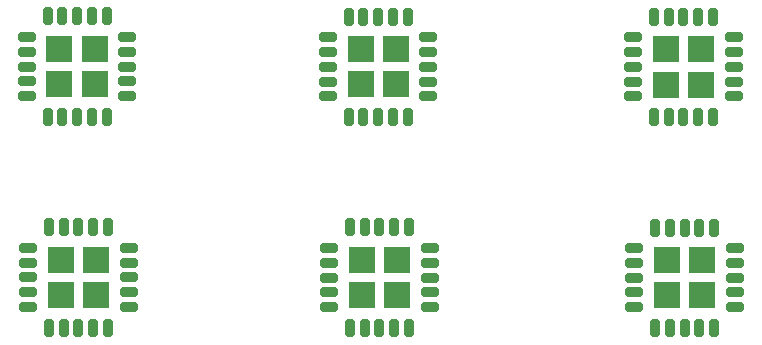
<source format=gbr>
%TF.GenerationSoftware,KiCad,Pcbnew,6.0.7-f9a2dced07~116~ubuntu20.04.1*%
%TF.CreationDate,2022-10-31T15:29:47+01:00*%
%TF.ProjectId,av_citynode_hw,61765f63-6974-4796-9e6f-64655f68772e,rev?*%
%TF.SameCoordinates,Original*%
%TF.FileFunction,Paste,Top*%
%TF.FilePolarity,Positive*%
%FSLAX46Y46*%
G04 Gerber Fmt 4.6, Leading zero omitted, Abs format (unit mm)*
G04 Created by KiCad (PCBNEW 6.0.7-f9a2dced07~116~ubuntu20.04.1) date 2022-10-31 15:29:47*
%MOMM*%
%LPD*%
G01*
G04 APERTURE LIST*
G04 Aperture macros list*
%AMRoundRect*
0 Rectangle with rounded corners*
0 $1 Rounding radius*
0 $2 $3 $4 $5 $6 $7 $8 $9 X,Y pos of 4 corners*
0 Add a 4 corners polygon primitive as box body*
4,1,4,$2,$3,$4,$5,$6,$7,$8,$9,$2,$3,0*
0 Add four circle primitives for the rounded corners*
1,1,$1+$1,$2,$3*
1,1,$1+$1,$4,$5*
1,1,$1+$1,$6,$7*
1,1,$1+$1,$8,$9*
0 Add four rect primitives between the rounded corners*
20,1,$1+$1,$2,$3,$4,$5,0*
20,1,$1+$1,$4,$5,$6,$7,0*
20,1,$1+$1,$6,$7,$8,$9,0*
20,1,$1+$1,$8,$9,$2,$3,0*%
G04 Aperture macros list end*
%ADD10RoundRect,0.200000X-0.550000X-0.200000X0.550000X-0.200000X0.550000X0.200000X-0.550000X0.200000X0*%
%ADD11RoundRect,0.200000X-0.200000X0.550000X-0.200000X-0.550000X0.200000X-0.550000X0.200000X0.550000X0*%
%ADD12RoundRect,0.200000X0.550000X0.200000X-0.550000X0.200000X-0.550000X-0.200000X0.550000X-0.200000X0*%
%ADD13RoundRect,0.200000X0.200000X-0.550000X0.200000X0.550000X-0.200000X0.550000X-0.200000X-0.550000X0*%
%ADD14R,2.300000X2.300000*%
G04 APERTURE END LIST*
D10*
%TO.C,U1*%
X209778000Y133171000D03*
X209778000Y131921000D03*
X209778000Y130671000D03*
X209778000Y129421000D03*
X209778000Y128171000D03*
D11*
X211528000Y126421000D03*
X212778000Y126421000D03*
X214028000Y126421000D03*
X215278000Y126421000D03*
X216528000Y126421000D03*
D12*
X218278000Y128171000D03*
X218278000Y129421000D03*
X218278000Y130671000D03*
X218278000Y131921000D03*
X218278000Y133171000D03*
D13*
X216528000Y134921000D03*
X215278000Y134921000D03*
X214028000Y134921000D03*
X212778000Y134921000D03*
X211528000Y134921000D03*
D14*
X212528000Y129171000D03*
X215528000Y129171000D03*
X215528000Y132171000D03*
X212528000Y132171000D03*
%TD*%
D10*
%TO.C,U1*%
X235358500Y115308500D03*
X235358500Y114058500D03*
X235358500Y112808500D03*
X235358500Y111558500D03*
X235358500Y110308500D03*
D11*
X237108500Y108558500D03*
X238358500Y108558500D03*
X239608500Y108558500D03*
X240858500Y108558500D03*
X242108500Y108558500D03*
D12*
X243858500Y110308500D03*
X243858500Y111558500D03*
X243858500Y112808500D03*
X243858500Y114058500D03*
X243858500Y115308500D03*
D13*
X242108500Y117058500D03*
X240858500Y117058500D03*
X239608500Y117058500D03*
X238358500Y117058500D03*
X237108500Y117058500D03*
D14*
X238108500Y111308500D03*
X241108500Y111308500D03*
X241108500Y114308500D03*
X238108500Y114308500D03*
%TD*%
D10*
%TO.C,U1*%
X209872000Y115322000D03*
X209872000Y114072000D03*
X209872000Y112822000D03*
X209872000Y111572000D03*
X209872000Y110322000D03*
D11*
X211622000Y108572000D03*
X212872000Y108572000D03*
X214122000Y108572000D03*
X215372000Y108572000D03*
X216622000Y108572000D03*
D12*
X218372000Y110322000D03*
X218372000Y111572000D03*
X218372000Y112822000D03*
X218372000Y114072000D03*
X218372000Y115322000D03*
D13*
X216622000Y117072000D03*
X215372000Y117072000D03*
X214122000Y117072000D03*
X212872000Y117072000D03*
X211622000Y117072000D03*
D14*
X212622000Y111322000D03*
X215622000Y111322000D03*
X215622000Y114322000D03*
X212622000Y114322000D03*
%TD*%
D10*
%TO.C,U1*%
X261110500Y133146500D03*
X261110500Y131896500D03*
X261110500Y130646500D03*
X261110500Y129396500D03*
X261110500Y128146500D03*
D11*
X262860500Y126396500D03*
X264110500Y126396500D03*
X265360500Y126396500D03*
X266610500Y126396500D03*
X267860500Y126396500D03*
D12*
X269610500Y128146500D03*
X269610500Y129396500D03*
X269610500Y130646500D03*
X269610500Y131896500D03*
X269610500Y133146500D03*
D13*
X267860500Y134896500D03*
X266610500Y134896500D03*
X265360500Y134896500D03*
X264110500Y134896500D03*
X262860500Y134896500D03*
D14*
X263860500Y129146500D03*
X266860500Y129146500D03*
X266860500Y132146500D03*
X263860500Y132146500D03*
%TD*%
D10*
%TO.C,U1*%
X235264500Y133157500D03*
X235264500Y131907500D03*
X235264500Y130657500D03*
X235264500Y129407500D03*
X235264500Y128157500D03*
D11*
X237014500Y126407500D03*
X238264500Y126407500D03*
X239514500Y126407500D03*
X240764500Y126407500D03*
X242014500Y126407500D03*
D12*
X243764500Y128157500D03*
X243764500Y129407500D03*
X243764500Y130657500D03*
X243764500Y131907500D03*
X243764500Y133157500D03*
D13*
X242014500Y134907500D03*
X240764500Y134907500D03*
X239514500Y134907500D03*
X238264500Y134907500D03*
X237014500Y134907500D03*
D14*
X238014500Y129157500D03*
X241014500Y129157500D03*
X241014500Y132157500D03*
X238014500Y132157500D03*
%TD*%
D10*
%TO.C,U1*%
X261204500Y115297500D03*
X261204500Y114047500D03*
X261204500Y112797500D03*
X261204500Y111547500D03*
X261204500Y110297500D03*
D11*
X262954500Y108547500D03*
X264204500Y108547500D03*
X265454500Y108547500D03*
X266704500Y108547500D03*
X267954500Y108547500D03*
D12*
X269704500Y110297500D03*
X269704500Y111547500D03*
X269704500Y112797500D03*
X269704500Y114047500D03*
X269704500Y115297500D03*
D13*
X267954500Y117047500D03*
X266704500Y117047500D03*
X265454500Y117047500D03*
X264204500Y117047500D03*
X262954500Y117047500D03*
D14*
X263954500Y111297500D03*
X266954500Y111297500D03*
X266954500Y114297500D03*
X263954500Y114297500D03*
%TD*%
M02*

</source>
